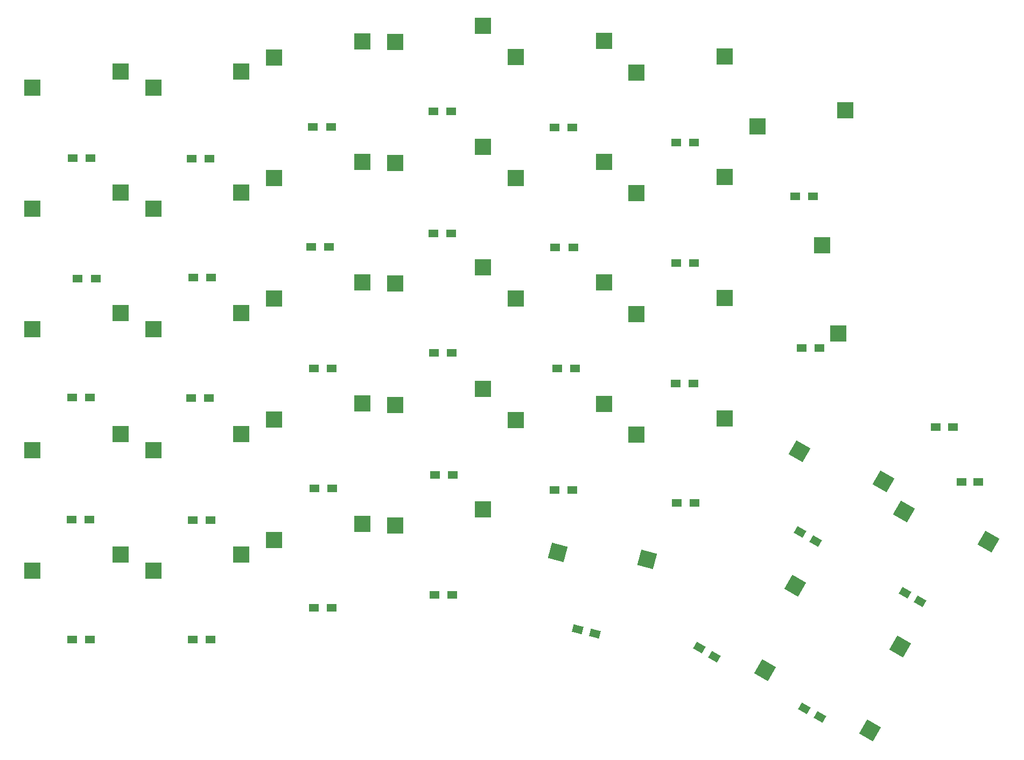
<source format=gbp>
G04 #@! TF.GenerationSoftware,KiCad,Pcbnew,(6.0.11)*
G04 #@! TF.CreationDate,2023-02-13T20:58:38+01:00*
G04 #@! TF.ProjectId,neo-redox_rounded,6e656f64-6f78-45f7-926f-756e6465642e,1.0*
G04 #@! TF.SameCoordinates,Original*
G04 #@! TF.FileFunction,Paste,Bot*
G04 #@! TF.FilePolarity,Positive*
%FSLAX46Y46*%
G04 Gerber Fmt 4.6, Leading zero omitted, Abs format (unit mm)*
G04 Created by KiCad (PCBNEW (6.0.11)) date 2023-02-13 20:58:38*
%MOMM*%
%LPD*%
G01*
G04 APERTURE LIST*
G04 Aperture macros list*
%AMRotRect*
0 Rectangle, with rotation*
0 The origin of the aperture is its center*
0 $1 length*
0 $2 width*
0 $3 Rotation angle, in degrees counterclockwise*
0 Add horizontal line*
21,1,$1,$2,0,0,$3*%
G04 Aperture macros list end*
%ADD10RotRect,2.550000X2.500000X330.000000*%
%ADD11R,2.550000X2.500000*%
%ADD12R,1.600000X1.200000*%
%ADD13RotRect,1.600000X1.200000X150.000000*%
%ADD14R,2.500000X2.550000*%
%ADD15RotRect,2.550000X2.500000X240.000000*%
%ADD16RotRect,2.550000X2.500000X345.000000*%
%ADD17R,1.500000X1.200000*%
%ADD18RotRect,1.600000X1.200000X165.000000*%
G04 APERTURE END LIST*
D10*
X169170886Y-96790295D03*
X182435338Y-101515591D03*
D11*
X105580000Y-51380000D03*
X119430000Y-48840000D03*
D12*
X130800000Y-64700000D03*
X133600000Y-64700000D03*
D13*
X169275164Y-109500000D03*
X171700036Y-110900000D03*
X169987564Y-137200000D03*
X172412436Y-138600000D03*
D12*
X111700000Y-81300000D03*
X114500000Y-81300000D03*
X111600000Y-43300000D03*
X114400000Y-43300000D03*
D11*
X86580000Y-91760000D03*
X100430000Y-89220000D03*
X67580000Y-58560000D03*
X81430000Y-56020000D03*
D12*
X130700000Y-102900000D03*
X133500000Y-102900000D03*
X54800000Y-88300000D03*
X57600000Y-88300000D03*
D11*
X124580000Y-72760000D03*
X138430000Y-70220000D03*
D14*
X172740000Y-64380000D03*
X175280000Y-78230000D03*
D10*
X185625386Y-106290295D03*
X198889838Y-111015591D03*
D12*
X149900000Y-104900000D03*
X152700000Y-104900000D03*
D11*
X143580000Y-94160000D03*
X157430000Y-91620000D03*
D12*
X73500000Y-88400000D03*
X76300000Y-88400000D03*
X73792900Y-126400000D03*
X76592900Y-126400000D03*
D13*
X153430164Y-127700000D03*
X155855036Y-129100000D03*
D11*
X48580000Y-39560000D03*
X62430000Y-37020000D03*
X124580000Y-53740000D03*
X138430000Y-51200000D03*
D12*
X111600000Y-62500000D03*
X114400000Y-62500000D03*
X73600000Y-50700000D03*
X76400000Y-50700000D03*
D11*
X162580000Y-45660000D03*
X176430000Y-43120000D03*
X48580000Y-77560000D03*
X62430000Y-75020000D03*
D12*
X169500000Y-80500000D03*
X172300000Y-80500000D03*
X73800000Y-107600000D03*
X76600000Y-107600000D03*
D11*
X124580000Y-91840000D03*
X138430000Y-89300000D03*
D15*
X168546605Y-117965886D03*
X163821309Y-131230338D03*
D11*
X105580000Y-32360000D03*
X119430000Y-29820000D03*
D13*
X185775164Y-119000000D03*
X188200036Y-120400000D03*
D12*
X92792900Y-121400000D03*
X95592900Y-121400000D03*
X131100000Y-83700000D03*
X133900000Y-83700000D03*
X73900000Y-69400000D03*
X76700000Y-69400000D03*
D11*
X67580000Y-96560000D03*
X81430000Y-94020000D03*
X86580000Y-110760000D03*
X100430000Y-108220000D03*
D12*
X55700000Y-69600000D03*
X58500000Y-69600000D03*
D11*
X67580000Y-39560000D03*
X81430000Y-37020000D03*
D12*
X149700000Y-86100000D03*
X152500000Y-86100000D03*
D11*
X143580000Y-75160000D03*
X157430000Y-72620000D03*
D12*
X111792900Y-119400000D03*
X114592900Y-119400000D03*
D16*
X131197046Y-112674347D03*
X145232519Y-113805539D03*
D11*
X48580000Y-96560000D03*
X62430000Y-94020000D03*
X86580000Y-72760000D03*
X100430000Y-70220000D03*
X124580000Y-34740000D03*
X138430000Y-32200000D03*
D12*
X54700000Y-107500000D03*
X57500000Y-107500000D03*
X54800000Y-126400000D03*
X57600000Y-126400000D03*
X149800000Y-67100000D03*
X152600000Y-67100000D03*
D11*
X143580000Y-37160000D03*
X157430000Y-34620000D03*
D12*
X168500000Y-56600000D03*
X171300000Y-56600000D03*
D17*
X197350000Y-101600000D03*
X197350000Y-101600000D03*
X194650000Y-101600000D03*
X194650000Y-101600000D03*
D11*
X105580000Y-89460000D03*
X119430000Y-86920000D03*
D12*
X111900000Y-100500000D03*
X114700000Y-100500000D03*
D11*
X86580000Y-34760000D03*
X100430000Y-32220000D03*
X48580000Y-58560000D03*
X62430000Y-56020000D03*
X143580000Y-56120000D03*
X157430000Y-53580000D03*
D12*
X92700000Y-45700000D03*
X95500000Y-45700000D03*
D18*
X134347704Y-124787653D03*
X137052296Y-125512347D03*
D11*
X67580000Y-77560000D03*
X81430000Y-75020000D03*
D12*
X130700000Y-45800000D03*
X133500000Y-45800000D03*
X92400000Y-64600000D03*
X95200000Y-64600000D03*
X92900000Y-102600000D03*
X95700000Y-102600000D03*
X149800000Y-48200000D03*
X152600000Y-48200000D03*
D11*
X105580000Y-108460000D03*
X119430000Y-105920000D03*
X105580000Y-70380000D03*
X119430000Y-67840000D03*
X86580000Y-53760000D03*
X100430000Y-51220000D03*
D12*
X92800000Y-83700000D03*
X95600000Y-83700000D03*
D11*
X67580000Y-115560000D03*
X81430000Y-113020000D03*
D15*
X185009705Y-127470886D03*
X180284409Y-140735338D03*
D17*
X193350000Y-93000000D03*
X193350000Y-93000000D03*
X190650000Y-93000000D03*
X190650000Y-93000000D03*
D11*
X48580000Y-115560000D03*
X62430000Y-113020000D03*
D12*
X54900000Y-50600000D03*
X57700000Y-50600000D03*
M02*

</source>
